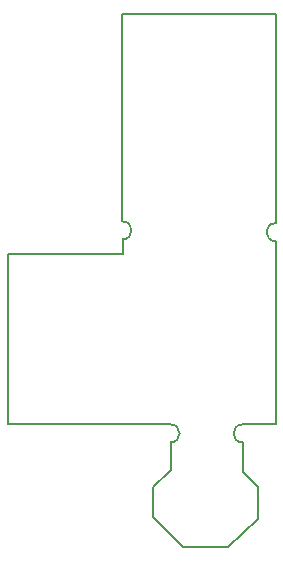
<source format=gbr>
G04 #@! TF.GenerationSoftware,KiCad,Pcbnew,(2018-02-16 revision c95340fba)-makepkg*
G04 #@! TF.CreationDate,2018-04-24T18:33:14+02:00*
G04 #@! TF.ProjectId,lmd,6C6D642E6B696361645F706362000000,rev?*
G04 #@! TF.SameCoordinates,Original*
G04 #@! TF.FileFunction,Profile,NP*
%FSLAX46Y46*%
G04 Gerber Fmt 4.6, Leading zero omitted, Abs format (unit mm)*
G04 Created by KiCad (PCBNEW (2018-02-16 revision c95340fba)-makepkg) date 04/24/18 18:33:14*
%MOMM*%
%LPD*%
G01*
G04 APERTURE LIST*
%ADD10C,0.200000*%
G04 APERTURE END LIST*
D10*
X115570000Y-110032800D02*
X115570000Y-108813600D01*
X128524000Y-89712800D02*
X128524000Y-107391200D01*
X128524000Y-108940600D02*
G75*
G02X128524000Y-107416600I0J762000D01*
G01*
X115570000Y-107264200D02*
G75*
G02X115570000Y-108788200I0J-762000D01*
G01*
X119634000Y-128333500D02*
X119634000Y-125984000D01*
X119570500Y-128397000D02*
X119634000Y-128333500D01*
X118110000Y-129794000D02*
X119570500Y-128397000D01*
X118110000Y-132334000D02*
X118110000Y-129794000D01*
X120713500Y-134874000D02*
X118110000Y-132334000D01*
X124523500Y-134874000D02*
X120713500Y-134874000D01*
X127000000Y-132461000D02*
X124523500Y-134874000D01*
X127000000Y-129730500D02*
X127000000Y-132461000D01*
X125730000Y-128460500D02*
X127000000Y-129730500D01*
X125730000Y-125984000D02*
X125730000Y-128460500D01*
X128524000Y-124460000D02*
X125730000Y-124460000D01*
X128524000Y-108966000D02*
X128524000Y-124460000D01*
X115519200Y-89712800D02*
X128524000Y-89712800D01*
X115519200Y-107238800D02*
X115519200Y-89712800D01*
X105867200Y-110032800D02*
X115570000Y-110032800D01*
X105867200Y-124460000D02*
X105867200Y-110032800D01*
X119570500Y-124460000D02*
X105867200Y-124460000D01*
X119634000Y-124460000D02*
G75*
G02X119634000Y-125984000I0J-762000D01*
G01*
X125730000Y-125984000D02*
G75*
G02X125730000Y-124460000I0J762000D01*
G01*
M02*

</source>
